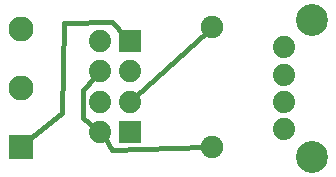
<source format=gbl>
G04 MADE WITH FRITZING*
G04 WWW.FRITZING.ORG*
G04 DOUBLE SIDED*
G04 HOLES PLATED*
G04 CONTOUR ON CENTER OF CONTOUR VECTOR*
%ASAXBY*%
%FSLAX23Y23*%
%MOIN*%
%OFA0B0*%
%SFA1.0B1.0*%
%ADD10C,0.083307*%
%ADD11C,0.074000*%
%ADD12C,0.106614*%
%ADD13C,0.074472*%
%ADD14C,0.075000*%
%ADD15R,0.083307X0.083307*%
%ADD16R,0.074108X0.074472*%
%ADD17C,0.016000*%
%LNCOPPER0*%
G90*
G70*
G54D10*
X158Y108D03*
X158Y304D03*
X158Y501D03*
G54D11*
X1035Y440D03*
X1035Y347D03*
X1035Y258D03*
X1035Y165D03*
G54D12*
X1130Y74D03*
X1130Y531D03*
G54D11*
X1035Y440D03*
X1035Y347D03*
X1035Y258D03*
X1035Y165D03*
G54D12*
X1130Y74D03*
X1130Y531D03*
G54D11*
X1035Y440D03*
X1035Y347D03*
X1035Y258D03*
X1035Y165D03*
G54D12*
X1130Y74D03*
X1130Y531D03*
G54D13*
X523Y459D03*
X423Y459D03*
X523Y359D03*
X423Y359D03*
X523Y258D03*
X423Y258D03*
X523Y158D03*
X423Y158D03*
G54D14*
X795Y106D03*
X795Y506D03*
G54D15*
X158Y108D03*
G54D16*
X523Y459D03*
X523Y158D03*
G54D17*
X778Y490D02*
X542Y275D01*
D02*
X403Y173D02*
X367Y202D01*
D02*
X367Y202D02*
X367Y298D01*
D02*
X367Y298D02*
X406Y340D01*
D02*
X772Y105D02*
X463Y98D01*
D02*
X463Y98D02*
X438Y136D01*
D02*
X297Y220D02*
X302Y519D01*
D02*
X179Y125D02*
X297Y220D01*
D02*
X302Y519D02*
X463Y522D01*
D02*
X463Y522D02*
X505Y478D01*
G04 End of Copper0*
M02*
</source>
